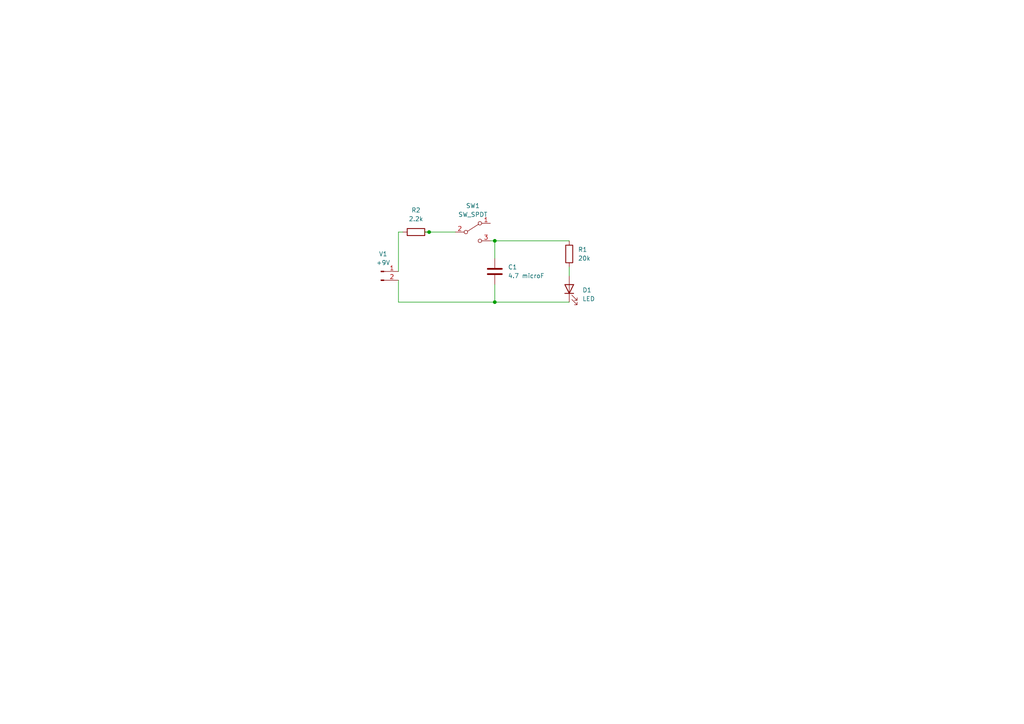
<source format=kicad_sch>
(kicad_sch (version 20211123) (generator eeschema)
  (paper "A4")
  (lib_symbols
    (symbol "Connector:Conn_01x02_Male" (pin_names (offset 1.016) hide)
      (property "Reference" "J" (at 0 2.54 0))
      (property "Value" "Conn_01x02_Male" (at 0 -5.08 0))
      (symbol "Conn_01x02_Male_1_1"
        (polyline (pts (xy 1.27 -2.54) (xy 0.8636 -2.54)) (stroke (width 0.1524)))
        (polyline (pts (xy 1.27 0) (xy 0.8636 0)) (stroke (width 0.1524)))
        (rectangle (start 0.8636 -2.413) (end 0 -2.667) (stroke (width 0.1524)) (fill (type outline)))
        (rectangle (start 0.8636 0.127) (end 0 -0.127) (stroke (width 0.1524)) (fill (type outline)))
        (pin passive line (at 5.08 0 180) (length 3.81) (name "Pin_1") (number "1"))
        (pin passive line (at 5.08 -2.54 180) (length 3.81) (name "Pin_2") (number "2"))
      )
    )
    (symbol "Device:C" (pin_numbers hide) (pin_names (offset 0.254))
      (property "Reference" "C" (at 0.635 2.54 0))
      (property "Value" "C" (at 0.635 -2.54 0))
      (symbol "C_0_1"
        (polyline (pts (xy -2.032 -0.762) (xy 2.032 -0.762)) (stroke (width 0.508)))
        (polyline (pts (xy -2.032 0.762) (xy 2.032 0.762)) (stroke (width 0.508)))
      )
      (symbol "C_1_1"
        (pin passive line (at 0 3.81 270) (length 2.794) (name "~") (number "1"))
        (pin passive line (at 0 -3.81 90) (length 2.794) (name "~") (number "2"))
      )
    )
    (symbol "Device:LED" (pin_numbers hide) (pin_names (offset 1.016) hide)
      (property "Reference" "D" (at 0 2.54 0))
      (property "Value" "LED" (at 0 -2.54 0))
      (symbol "LED_0_1"
        (polyline (pts (xy -1.27 -1.27) (xy -1.27 1.27)) (stroke (width 0.254)))
        (polyline (pts (xy -1.27 0) (xy 1.27 0)))
        (polyline (pts (xy 1.27 -1.27) (xy 1.27 1.27) (xy -1.27 0) (xy 1.27 -1.27)) (stroke (width 0.254)))
        (polyline (pts (xy -3.048 -0.762) (xy -4.572 -2.286) (xy -3.81 -2.286) (xy -4.572 -2.286) (xy -4.572 -1.524)))
        (polyline (pts (xy -1.778 -0.762) (xy -3.302 -2.286) (xy -2.54 -2.286) (xy -3.302 -2.286) (xy -3.302 -1.524)))
      )
      (symbol "LED_1_1"
        (pin passive line (at -3.81 0 0) (length 2.54) (name "K") (number "1"))
        (pin passive line (at 3.81 0 180) (length 2.54) (name "A") (number "2"))
      )
    )
    (symbol "Device:R" (pin_numbers hide) (pin_names (offset 0))
      (property "Reference" "R" (at 2.032 0 90))
      (property "Value" "R" (at 0 0 90))
      (symbol "R_0_1"
        (rectangle (start -1.016 -2.54) (end 1.016 2.54) (stroke (width 0.254)))
      )
      (symbol "R_1_1"
        (pin passive line (at 0 3.81 270) (length 1.27) (name "~") (number "1"))
        (pin passive line (at 0 -3.81 90) (length 1.27) (name "~") (number "2"))
      )
    )
    (symbol "Switch:SW_SPDT" (pin_names (offset 0) hide)
      (property "Reference" "SW" (at 0 4.318 0))
      (property "Value" "SW_SPDT" (at 0 -5.08 0))
      (symbol "SW_SPDT_0_0"
        (circle (center -2.032 0) (radius 0.508))
        (circle (center 2.032 -2.54) (radius 0.508))
      )
      (symbol "SW_SPDT_0_1"
        (polyline (pts (xy -1.524 0.254) (xy 1.651 2.286)))
        (circle (center 2.032 2.54) (radius 0.508))
      )
      (symbol "SW_SPDT_1_1"
        (pin passive line (at 5.08 2.54 180) (length 2.54) (name "A") (number "1"))
        (pin passive line (at -5.08 0 0) (length 2.54) (name "B") (number "2"))
        (pin passive line (at 5.08 -2.54 180) (length 2.54) (name "C") (number "3"))
      )
    )
  )
  (junction (at 124.46 67.31))
  (junction (at 143.51 87.63))
  (junction (at 143.51 69.85))
  (wire (pts (xy 165.1 77.47) (xy 165.1 80.01)))
  (wire (pts (xy 143.51 69.85) (xy 165.1 69.85)))
  (wire (pts (xy 142.24 69.85) (xy 143.51 69.85)))
  (wire (pts (xy 115.57 87.63) (xy 143.51 87.63)))
  (wire (pts (xy 115.57 81.28) (xy 115.57 87.63)))
  (wire (pts (xy 115.57 67.31) (xy 115.57 78.74)))
  (wire (pts (xy 132.08 67.31) (xy 124.46 67.31)))
  (wire (pts (xy 123.19 67.31) (xy 124.46 67.31)))
  (wire (pts (xy 143.51 82.55) (xy 143.51 87.63)))
  (wire (pts (xy 116.84 67.31) (xy 115.57 67.31)))
  (wire (pts (xy 143.51 87.63) (xy 165.1 87.63)))
  (wire (pts (xy 143.51 69.85) (xy 143.51 74.93)))
  (symbol (lib_id "Connector:Conn_01x02_Male") (at 110.49 78.74 0) (unit 1)
    (property "Reference" "V1" (at 111.125 73.66 0))
    (property "Value" "+9V" (at 111.125 76.2 0))
  )
  (symbol (lib_id "Switch:SW_SPDT") (at 137.16 67.31 0) (unit 1)
    (property "Reference" "SW1" (at 137.16 59.69 0))
    (property "Value" "SW_SPDT" (at 137.16 62.23 0))
  )
  (symbol (lib_id "Device:R") (at 120.65 67.31 90) (unit 1)
    (property "Reference" "R2" (at 120.65 60.96 90))
    (property "Value" "2.2k" (at 120.65 63.5 90))
  )
  (symbol (lib_id "Device:LED") (at 165.1 83.82 90) (unit 1)
    (property "Reference" "D1" (at 168.91 84.1374 90) (effects (justify right)))
    (property "Value" "LED" (at 168.91 86.6774 90) (effects (justify right)))
  )
  (symbol (lib_id "Device:C") (at 143.51 78.74 0) (unit 1)
    (property "Reference" "C1" (at 147.32 77.4699 0) (effects (justify left)))
    (property "Value" "4.7 microF" (at 147.32 80.0099 0) (effects (justify left)))
  )
  (symbol (lib_id "Device:R") (at 165.1 73.66 180) (unit 1)
    (property "Reference" "R1" (at 167.64 72.3899 0) (effects (justify right)))
    (property "Value" "20k" (at 167.64 74.9299 0) (effects (justify right)))
  )
)
</source>
